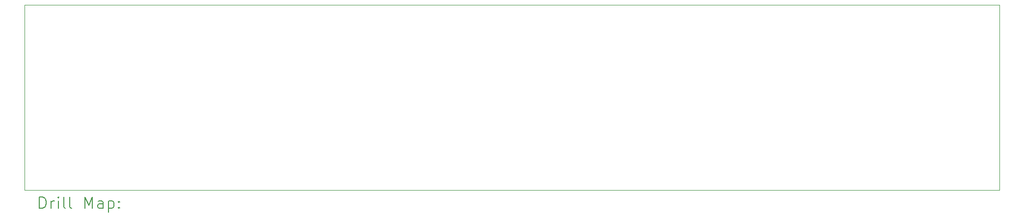
<source format=gbr>
%TF.GenerationSoftware,KiCad,Pcbnew,8.0.3*%
%TF.CreationDate,2024-06-20T18:25:41+01:00*%
%TF.ProjectId,BClock,42436c6f-636b-42e6-9b69-6361645f7063,rev?*%
%TF.SameCoordinates,Original*%
%TF.FileFunction,Drillmap*%
%TF.FilePolarity,Positive*%
%FSLAX45Y45*%
G04 Gerber Fmt 4.5, Leading zero omitted, Abs format (unit mm)*
G04 Created by KiCad (PCBNEW 8.0.3) date 2024-06-20 18:25:41*
%MOMM*%
%LPD*%
G01*
G04 APERTURE LIST*
%ADD10C,0.050000*%
%ADD11C,0.200000*%
G04 APERTURE END LIST*
D10*
X6858000Y-7424650D02*
X23672800Y-7424650D01*
X23672800Y-10625050D01*
X6858000Y-10625050D01*
X6858000Y-7424650D01*
D11*
X7116277Y-10939034D02*
X7116277Y-10739034D01*
X7116277Y-10739034D02*
X7163896Y-10739034D01*
X7163896Y-10739034D02*
X7192467Y-10748558D01*
X7192467Y-10748558D02*
X7211515Y-10767605D01*
X7211515Y-10767605D02*
X7221039Y-10786653D01*
X7221039Y-10786653D02*
X7230562Y-10824748D01*
X7230562Y-10824748D02*
X7230562Y-10853320D01*
X7230562Y-10853320D02*
X7221039Y-10891415D01*
X7221039Y-10891415D02*
X7211515Y-10910462D01*
X7211515Y-10910462D02*
X7192467Y-10929510D01*
X7192467Y-10929510D02*
X7163896Y-10939034D01*
X7163896Y-10939034D02*
X7116277Y-10939034D01*
X7316277Y-10939034D02*
X7316277Y-10805700D01*
X7316277Y-10843796D02*
X7325801Y-10824748D01*
X7325801Y-10824748D02*
X7335324Y-10815224D01*
X7335324Y-10815224D02*
X7354372Y-10805700D01*
X7354372Y-10805700D02*
X7373420Y-10805700D01*
X7440086Y-10939034D02*
X7440086Y-10805700D01*
X7440086Y-10739034D02*
X7430562Y-10748558D01*
X7430562Y-10748558D02*
X7440086Y-10758081D01*
X7440086Y-10758081D02*
X7449610Y-10748558D01*
X7449610Y-10748558D02*
X7440086Y-10739034D01*
X7440086Y-10739034D02*
X7440086Y-10758081D01*
X7563896Y-10939034D02*
X7544848Y-10929510D01*
X7544848Y-10929510D02*
X7535324Y-10910462D01*
X7535324Y-10910462D02*
X7535324Y-10739034D01*
X7668658Y-10939034D02*
X7649610Y-10929510D01*
X7649610Y-10929510D02*
X7640086Y-10910462D01*
X7640086Y-10910462D02*
X7640086Y-10739034D01*
X7897229Y-10939034D02*
X7897229Y-10739034D01*
X7897229Y-10739034D02*
X7963896Y-10881891D01*
X7963896Y-10881891D02*
X8030562Y-10739034D01*
X8030562Y-10739034D02*
X8030562Y-10939034D01*
X8211515Y-10939034D02*
X8211515Y-10834272D01*
X8211515Y-10834272D02*
X8201991Y-10815224D01*
X8201991Y-10815224D02*
X8182943Y-10805700D01*
X8182943Y-10805700D02*
X8144848Y-10805700D01*
X8144848Y-10805700D02*
X8125801Y-10815224D01*
X8211515Y-10929510D02*
X8192467Y-10939034D01*
X8192467Y-10939034D02*
X8144848Y-10939034D01*
X8144848Y-10939034D02*
X8125801Y-10929510D01*
X8125801Y-10929510D02*
X8116277Y-10910462D01*
X8116277Y-10910462D02*
X8116277Y-10891415D01*
X8116277Y-10891415D02*
X8125801Y-10872367D01*
X8125801Y-10872367D02*
X8144848Y-10862843D01*
X8144848Y-10862843D02*
X8192467Y-10862843D01*
X8192467Y-10862843D02*
X8211515Y-10853320D01*
X8306753Y-10805700D02*
X8306753Y-11005700D01*
X8306753Y-10815224D02*
X8325801Y-10805700D01*
X8325801Y-10805700D02*
X8363896Y-10805700D01*
X8363896Y-10805700D02*
X8382943Y-10815224D01*
X8382943Y-10815224D02*
X8392467Y-10824748D01*
X8392467Y-10824748D02*
X8401991Y-10843796D01*
X8401991Y-10843796D02*
X8401991Y-10900939D01*
X8401991Y-10900939D02*
X8392467Y-10919986D01*
X8392467Y-10919986D02*
X8382943Y-10929510D01*
X8382943Y-10929510D02*
X8363896Y-10939034D01*
X8363896Y-10939034D02*
X8325801Y-10939034D01*
X8325801Y-10939034D02*
X8306753Y-10929510D01*
X8487705Y-10919986D02*
X8497229Y-10929510D01*
X8497229Y-10929510D02*
X8487705Y-10939034D01*
X8487705Y-10939034D02*
X8478182Y-10929510D01*
X8478182Y-10929510D02*
X8487705Y-10919986D01*
X8487705Y-10919986D02*
X8487705Y-10939034D01*
X8487705Y-10815224D02*
X8497229Y-10824748D01*
X8497229Y-10824748D02*
X8487705Y-10834272D01*
X8487705Y-10834272D02*
X8478182Y-10824748D01*
X8478182Y-10824748D02*
X8487705Y-10815224D01*
X8487705Y-10815224D02*
X8487705Y-10834272D01*
M02*

</source>
